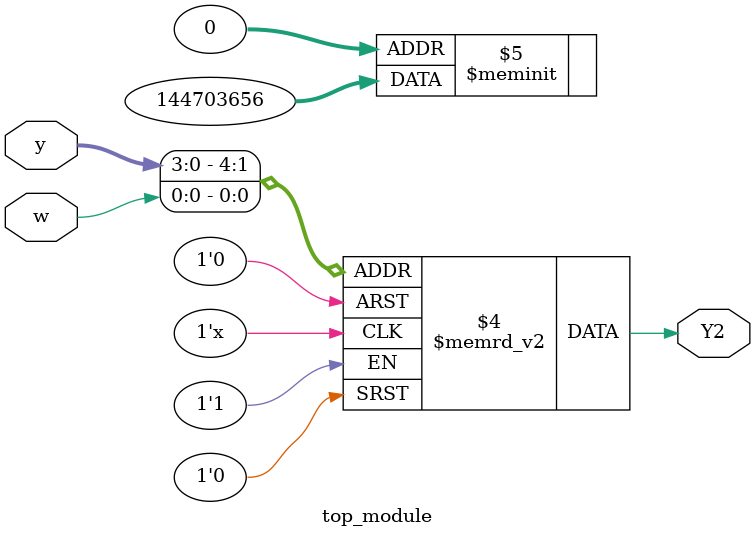
<source format=sv>
module top_module(
	input [3:0] y,
	input w,
	output reg Y2);

always_comb begin
    case ({y, w})
        5'h10: Y2 = 1'b0; // 4'h0, w=0
        5'h11: Y2 = 1'b0; // 4'h0, w=1
        5'h12: Y2 = 1'b0; // 4'h1, w=0
        5'h13: Y2 = 1'b0; // 4'h1, w=1
        5'h14: Y2 = 1'b0; // 4'h2, w=0
        5'h15: Y2 = 1'b1; // 4'h2, w=1
        5'h16: Y2 = 1'b0; // 4'h3, w=0
        5'h17: Y2 = 1'b1; // 4'h3, w=1
        5'h18: Y2 = 1'b0; // 4'h4, w=0
        5'h19: Y2 = 1'b0; // 4'h4, w=1
        5'h1A: Y2 = 1'b0; // 4'h5, w=0
        5'h1B: Y2 = 1'b1; // 4'h5, w=1
        5'h1C: Y2 = 1'b0; // 4'h6, w=0
        5'h1D: Y2 = 1'b0; // 4'h6, w=1
        5'h1E: Y2 = 1'b0; // 4'h7, w=0
        5'h1F: Y2 = 1'b0; // 4'h7, w=1
        5'h20: Y2 = 1'b0; // 4'h8, w=0
        5'h21: Y2 = 1'b0; // 4'h8, w=1
        5'h22: Y2 = 1'b0; // 4'h9, w=0
        5'h23: Y2 = 1'b1; // 4'h9, w=1
        5'h24: Y2 = 1'b0; // 4'hA, w=0
        5'h25: Y2 = 1'b1; // 4'hA, w=1
        5'h26: Y2 = 1'b0; // 4'hB, w=0
        5'h27: Y2 = 1'b1; // 4'hB, w=1
        default: Y2 = 1'b0;
    endcase
end

endmodule

</source>
